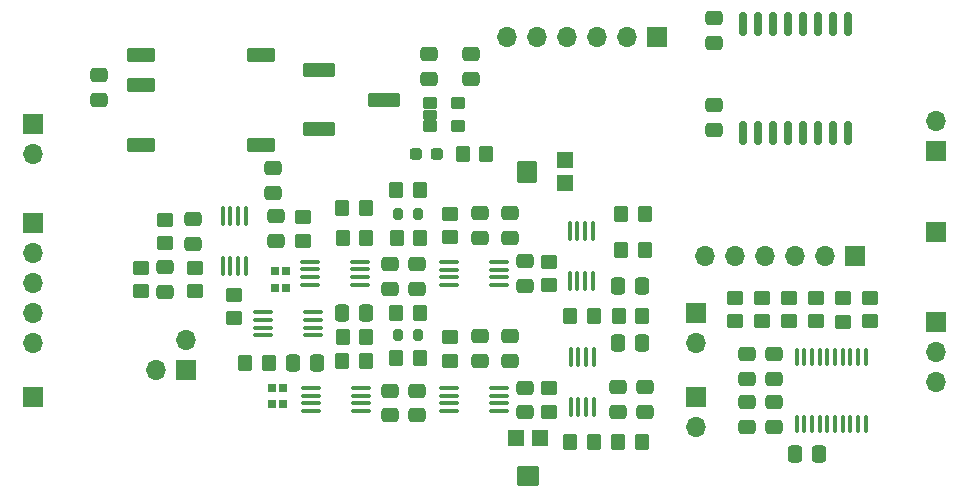
<source format=gts>
G04 #@! TF.GenerationSoftware,KiCad,Pcbnew,7.0.8*
G04 #@! TF.CreationDate,2024-04-12T14:18:42-07:00*
G04 #@! TF.ProjectId,2-channel-EEG,322d6368-616e-46e6-956c-2d4545472e6b,rev?*
G04 #@! TF.SameCoordinates,Original*
G04 #@! TF.FileFunction,Soldermask,Top*
G04 #@! TF.FilePolarity,Negative*
%FSLAX46Y46*%
G04 Gerber Fmt 4.6, Leading zero omitted, Abs format (unit mm)*
G04 Created by KiCad (PCBNEW 7.0.8) date 2024-04-12 14:18:42*
%MOMM*%
%LPD*%
G01*
G04 APERTURE LIST*
G04 Aperture macros list*
%AMRoundRect*
0 Rectangle with rounded corners*
0 $1 Rounding radius*
0 $2 $3 $4 $5 $6 $7 $8 $9 X,Y pos of 4 corners*
0 Add a 4 corners polygon primitive as box body*
4,1,4,$2,$3,$4,$5,$6,$7,$8,$9,$2,$3,0*
0 Add four circle primitives for the rounded corners*
1,1,$1+$1,$2,$3*
1,1,$1+$1,$4,$5*
1,1,$1+$1,$6,$7*
1,1,$1+$1,$8,$9*
0 Add four rect primitives between the rounded corners*
20,1,$1+$1,$2,$3,$4,$5,0*
20,1,$1+$1,$4,$5,$6,$7,0*
20,1,$1+$1,$6,$7,$8,$9,0*
20,1,$1+$1,$8,$9,$2,$3,0*%
G04 Aperture macros list end*
%ADD10RoundRect,0.250000X-0.475000X0.337500X-0.475000X-0.337500X0.475000X-0.337500X0.475000X0.337500X0*%
%ADD11RoundRect,0.200000X0.200000X0.275000X-0.200000X0.275000X-0.200000X-0.275000X0.200000X-0.275000X0*%
%ADD12R,1.700000X1.700000*%
%ADD13O,1.700000X1.700000*%
%ADD14RoundRect,0.250000X0.350000X0.450000X-0.350000X0.450000X-0.350000X-0.450000X0.350000X-0.450000X0*%
%ADD15RoundRect,0.250000X-0.450000X0.350000X-0.450000X-0.350000X0.450000X-0.350000X0.450000X0.350000X0*%
%ADD16RoundRect,0.100000X-0.712500X-0.100000X0.712500X-0.100000X0.712500X0.100000X-0.712500X0.100000X0*%
%ADD17RoundRect,0.250000X-0.350000X-0.450000X0.350000X-0.450000X0.350000X0.450000X-0.350000X0.450000X0*%
%ADD18RoundRect,0.250000X0.337500X0.475000X-0.337500X0.475000X-0.337500X-0.475000X0.337500X-0.475000X0*%
%ADD19RoundRect,0.100000X-0.100000X0.712500X-0.100000X-0.712500X0.100000X-0.712500X0.100000X0.712500X0*%
%ADD20RoundRect,0.250000X0.475000X-0.337500X0.475000X0.337500X-0.475000X0.337500X-0.475000X-0.337500X0*%
%ADD21RoundRect,0.100000X0.100000X-0.637500X0.100000X0.637500X-0.100000X0.637500X-0.100000X-0.637500X0*%
%ADD22RoundRect,0.250000X0.450000X-0.350000X0.450000X0.350000X-0.450000X0.350000X-0.450000X-0.350000X0*%
%ADD23RoundRect,0.150000X0.150000X-0.875000X0.150000X0.875000X-0.150000X0.875000X-0.150000X-0.875000X0*%
%ADD24RoundRect,0.250000X-0.337500X-0.475000X0.337500X-0.475000X0.337500X0.475000X-0.337500X0.475000X0*%
%ADD25RoundRect,0.102000X-1.050000X-0.500000X1.050000X-0.500000X1.050000X0.500000X-1.050000X0.500000X0*%
%ADD26RoundRect,0.102000X-1.250000X-0.500000X1.250000X-0.500000X1.250000X0.500000X-1.250000X0.500000X0*%
%ADD27R,0.640000X0.700000*%
%ADD28RoundRect,0.102000X0.600000X0.600000X-0.600000X0.600000X-0.600000X-0.600000X0.600000X-0.600000X0*%
%ADD29RoundRect,0.102000X0.750000X0.800000X-0.750000X0.800000X-0.750000X-0.800000X0.750000X-0.800000X0*%
%ADD30RoundRect,0.102000X-0.600000X0.600000X-0.600000X-0.600000X0.600000X-0.600000X0.600000X0.600000X0*%
%ADD31RoundRect,0.102000X-0.800000X0.750000X-0.800000X-0.750000X0.800000X-0.750000X0.800000X0.750000X0*%
%ADD32RoundRect,0.102000X-0.500000X-0.400000X0.500000X-0.400000X0.500000X0.400000X-0.500000X0.400000X0*%
%ADD33RoundRect,0.102000X-0.500000X-0.300000X0.500000X-0.300000X0.500000X0.300000X-0.500000X0.300000X0*%
%ADD34RoundRect,0.237500X-0.287500X-0.237500X0.287500X-0.237500X0.287500X0.237500X-0.287500X0.237500X0*%
%ADD35RoundRect,0.100000X0.100000X-0.712500X0.100000X0.712500X-0.100000X0.712500X-0.100000X-0.712500X0*%
G04 APERTURE END LIST*
D10*
X164592000Y-99038500D03*
X164592000Y-101113500D03*
D11*
X159305000Y-109344453D03*
X157655000Y-109344453D03*
D12*
X196342000Y-102616000D03*
D13*
X193802000Y-102616000D03*
X191262000Y-102616000D03*
X188722000Y-102616000D03*
X186182000Y-102616000D03*
X183642000Y-102616000D03*
D10*
X168402000Y-103102500D03*
X168402000Y-105177500D03*
D12*
X126746000Y-114554000D03*
D14*
X154940000Y-101092000D03*
X152940000Y-101092000D03*
D15*
X143764000Y-105934000D03*
X143764000Y-107934000D03*
D14*
X154924000Y-111506000D03*
X152924000Y-111506000D03*
D16*
X146223500Y-107412000D03*
X146223500Y-108062000D03*
X146223500Y-108712000D03*
X146223500Y-109362000D03*
X150448500Y-109362000D03*
X150448500Y-108712000D03*
X150448500Y-108062000D03*
X150448500Y-107412000D03*
D17*
X172228000Y-118364000D03*
X174228000Y-118364000D03*
D18*
X154961500Y-107442000D03*
X152886500Y-107442000D03*
D11*
X159321000Y-99060000D03*
X157671000Y-99060000D03*
D19*
X174122500Y-100503500D03*
X173472500Y-100503500D03*
X172822500Y-100503500D03*
X172172500Y-100503500D03*
X172172500Y-104728500D03*
X172822500Y-104728500D03*
X173472500Y-104728500D03*
X174122500Y-104728500D03*
D15*
X190754000Y-106188000D03*
X190754000Y-108188000D03*
D10*
X160274000Y-85576500D03*
X160274000Y-87651500D03*
X189484000Y-115040500D03*
X189484000Y-117115500D03*
D20*
X184404000Y-91969500D03*
X184404000Y-89894500D03*
D10*
X189484000Y-110976500D03*
X189484000Y-113051500D03*
X187198000Y-110976500D03*
X187198000Y-113051500D03*
X159258000Y-103356500D03*
X159258000Y-105431500D03*
D21*
X191385000Y-116908500D03*
X192035000Y-116908500D03*
X192685000Y-116908500D03*
X193335000Y-116908500D03*
X193985000Y-116908500D03*
X194635000Y-116908500D03*
X195285000Y-116908500D03*
X195935000Y-116908500D03*
X196585000Y-116908500D03*
X197235000Y-116908500D03*
X197235000Y-111183500D03*
X196585000Y-111183500D03*
X195935000Y-111183500D03*
X195285000Y-111183500D03*
X194635000Y-111183500D03*
X193985000Y-111183500D03*
X193335000Y-111183500D03*
X192685000Y-111183500D03*
X192035000Y-111183500D03*
X191385000Y-111183500D03*
D22*
X170434000Y-115848250D03*
X170434000Y-113848250D03*
D23*
X186817000Y-92280000D03*
X188087000Y-92280000D03*
X189357000Y-92280000D03*
X190627000Y-92280000D03*
X191897000Y-92280000D03*
X193167000Y-92280000D03*
X194437000Y-92280000D03*
X195707000Y-92280000D03*
X195707000Y-82980000D03*
X194437000Y-82980000D03*
X193167000Y-82980000D03*
X191897000Y-82980000D03*
X190627000Y-82980000D03*
X189357000Y-82980000D03*
X188087000Y-82980000D03*
X186817000Y-82980000D03*
D10*
X132334000Y-87354500D03*
X132334000Y-89429500D03*
D16*
X150287500Y-113833000D03*
X150287500Y-114483000D03*
X150287500Y-115133000D03*
X150287500Y-115783000D03*
X154512500Y-115783000D03*
X154512500Y-115133000D03*
X154512500Y-114483000D03*
X154512500Y-113833000D03*
D20*
X184404000Y-84603500D03*
X184404000Y-82528500D03*
D24*
X176254500Y-109982000D03*
X178329500Y-109982000D03*
X176254500Y-105156000D03*
X178329500Y-105156000D03*
D15*
X188468000Y-106188000D03*
X188468000Y-108188000D03*
D12*
X203200000Y-100584000D03*
D15*
X186182000Y-106188000D03*
X186182000Y-108188000D03*
D25*
X135920000Y-85598000D03*
X135920000Y-88138000D03*
X135920000Y-93218000D03*
X146020000Y-93218000D03*
X146020000Y-85598000D03*
D20*
X140320000Y-101621500D03*
X140320000Y-99546500D03*
D17*
X152940000Y-109474000D03*
X154940000Y-109474000D03*
D26*
X150920000Y-86908000D03*
X156420000Y-89408000D03*
X150920000Y-91908000D03*
D12*
X139700000Y-112268000D03*
D13*
X139700000Y-109728000D03*
X137160000Y-112268000D03*
D14*
X159480000Y-111252000D03*
X157480000Y-111252000D03*
D10*
X156972000Y-103356500D03*
X156972000Y-105431500D03*
D14*
X159480000Y-107442000D03*
X157480000Y-107442000D03*
D27*
X148160500Y-103956000D03*
X147220500Y-103956000D03*
X147220500Y-105356000D03*
X148160500Y-105356000D03*
D28*
X171780000Y-96504000D03*
D29*
X168530000Y-95504000D03*
D28*
X171780000Y-94504000D03*
D15*
X195326000Y-106204000D03*
X195326000Y-108204000D03*
X137922000Y-99584000D03*
X137922000Y-101584000D03*
D16*
X161971500Y-103165000D03*
X161971500Y-103815000D03*
X161971500Y-104465000D03*
X161971500Y-105115000D03*
X166196500Y-105115000D03*
X166196500Y-104465000D03*
X166196500Y-103815000D03*
X166196500Y-103165000D03*
D12*
X182880000Y-107437000D03*
D13*
X182880000Y-109977000D03*
D12*
X203200000Y-108204000D03*
D13*
X203200000Y-110744000D03*
X203200000Y-113284000D03*
D22*
X140462000Y-105632000D03*
X140462000Y-103632000D03*
D16*
X150228500Y-103124000D03*
X150228500Y-103774000D03*
X150228500Y-104424000D03*
X150228500Y-105074000D03*
X154453500Y-105074000D03*
X154453500Y-104424000D03*
X154453500Y-103774000D03*
X154453500Y-103124000D03*
D10*
X163830000Y-85576500D03*
X163830000Y-87651500D03*
X164592000Y-109452500D03*
X164592000Y-111527500D03*
D14*
X159496000Y-97028000D03*
X157496000Y-97028000D03*
D22*
X162052000Y-111506000D03*
X162052000Y-109506000D03*
D20*
X176276000Y-115845500D03*
X176276000Y-113770500D03*
D22*
X162052000Y-101076000D03*
X162052000Y-99076000D03*
D15*
X170434000Y-103140000D03*
X170434000Y-105140000D03*
D20*
X137922000Y-105685500D03*
X137922000Y-103610500D03*
D14*
X178308000Y-107696000D03*
X176308000Y-107696000D03*
D10*
X159258000Y-114064750D03*
X159258000Y-116139750D03*
D19*
X174203000Y-111171500D03*
X173553000Y-111171500D03*
X172903000Y-111171500D03*
X172253000Y-111171500D03*
X172253000Y-115396500D03*
X172903000Y-115396500D03*
X173553000Y-115396500D03*
X174203000Y-115396500D03*
D16*
X161971500Y-113833000D03*
X161971500Y-114483000D03*
X161971500Y-115133000D03*
X161971500Y-115783000D03*
X166196500Y-115783000D03*
X166196500Y-115133000D03*
X166196500Y-114483000D03*
X166196500Y-113833000D03*
D24*
X148742000Y-111689000D03*
X150817000Y-111689000D03*
D30*
X169656000Y-118034000D03*
D31*
X168656000Y-121284000D03*
D30*
X167656000Y-118034000D03*
D13*
X126746000Y-93975000D03*
D12*
X126746000Y-91435000D03*
D15*
X193040000Y-106188000D03*
X193040000Y-108188000D03*
X197612000Y-106188000D03*
X197612000Y-108188000D03*
D10*
X187198000Y-115040500D03*
X187198000Y-117115500D03*
X156972000Y-114064750D03*
X156972000Y-116139750D03*
D17*
X152908000Y-98552000D03*
X154908000Y-98552000D03*
X176546000Y-102108000D03*
X178546000Y-102108000D03*
D10*
X168402000Y-113810750D03*
X168402000Y-115885750D03*
D22*
X135890000Y-105648000D03*
X135890000Y-103648000D03*
X149606000Y-101346000D03*
X149606000Y-99346000D03*
D17*
X172228000Y-107696000D03*
X174228000Y-107696000D03*
D12*
X126746000Y-99822000D03*
D13*
X126746000Y-102362000D03*
X126746000Y-104902000D03*
X126746000Y-107442000D03*
X126746000Y-109982000D03*
D14*
X159512000Y-101092000D03*
X157512000Y-101092000D03*
D13*
X203200000Y-91186000D03*
D12*
X203200000Y-93726000D03*
D10*
X167132000Y-109452500D03*
X167132000Y-111527500D03*
D12*
X182880000Y-114554000D03*
D13*
X182880000Y-117094000D03*
D17*
X144715500Y-111689000D03*
X146715500Y-111689000D03*
D20*
X147066000Y-97303500D03*
X147066000Y-95228500D03*
D32*
X160344000Y-89728000D03*
D33*
X160344000Y-90678000D03*
D32*
X160344000Y-91628000D03*
X162744000Y-91628000D03*
X162744000Y-89728000D03*
D27*
X147906500Y-113792000D03*
X146966500Y-113792000D03*
X146966500Y-115192000D03*
X147906500Y-115192000D03*
D10*
X147320000Y-99292500D03*
X147320000Y-101367500D03*
D14*
X178292000Y-118364000D03*
X176292000Y-118364000D03*
X178546000Y-99060000D03*
X176546000Y-99060000D03*
D18*
X193315500Y-119380000D03*
X191240500Y-119380000D03*
D10*
X178562000Y-113770500D03*
X178562000Y-115845500D03*
D12*
X179578000Y-84074000D03*
D13*
X177038000Y-84074000D03*
X174498000Y-84074000D03*
X171958000Y-84074000D03*
X169418000Y-84074000D03*
X166878000Y-84074000D03*
D10*
X167132000Y-99038500D03*
X167132000Y-101113500D03*
D17*
X163100000Y-93980000D03*
X165100000Y-93980000D03*
D34*
X159161000Y-93980000D03*
X160911000Y-93980000D03*
D35*
X142789000Y-103458500D03*
X143439000Y-103458500D03*
X144089000Y-103458500D03*
X144739000Y-103458500D03*
X144739000Y-99233500D03*
X144089000Y-99233500D03*
X143439000Y-99233500D03*
X142789000Y-99233500D03*
M02*

</source>
